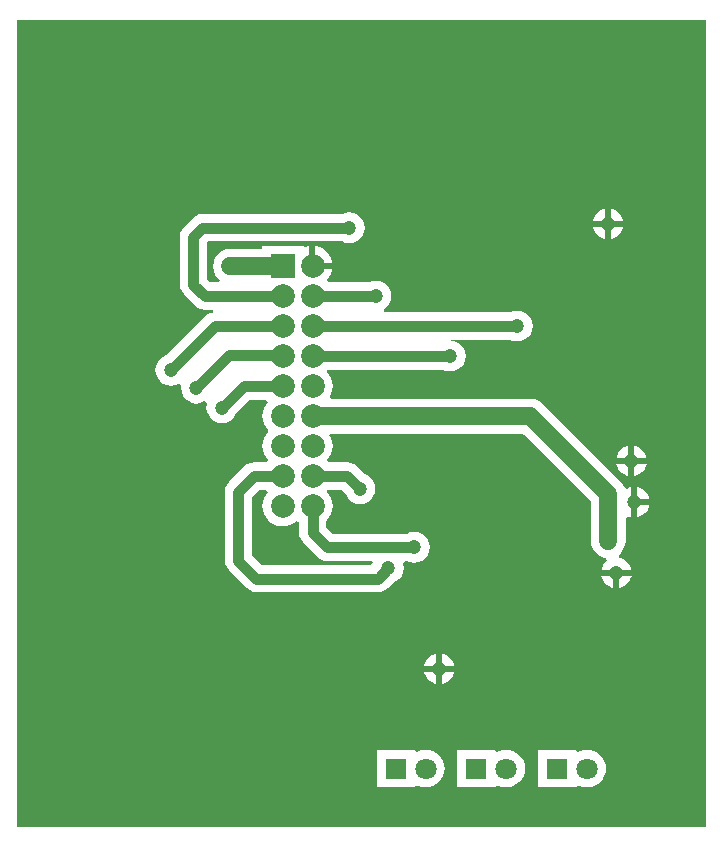
<source format=gbl>
%FSLAX42Y42*%
%MOMM*%
G71*
G01*
G75*
G04 Layer_Physical_Order=2*
G04 Layer_Color=16711680*
%ADD10R,1.00X1.10*%
%ADD11R,1.50X1.30*%
%ADD12R,0.60X2.00*%
%ADD13R,2.00X0.60*%
%ADD14R,1.30X1.55*%
%ADD15C,0.89*%
%ADD16C,0.51*%
%ADD17C,1.52*%
%ADD18C,1.80*%
%ADD19R,1.80X1.80*%
%ADD20C,2.00*%
%ADD21R,2.00X2.00*%
%ADD22C,1.20*%
G36*
X5917Y83D02*
X83D01*
Y6917D01*
X5917D01*
Y83D01*
D02*
G37*
%LPC*%
G36*
X3683Y1550D02*
Y1448D01*
X3785D01*
X3784Y1456D01*
X3771Y1488D01*
X3750Y1515D01*
X3723Y1536D01*
X3692Y1549D01*
X3683Y1550D01*
D02*
G37*
G36*
X3632D02*
X3624Y1549D01*
X3592Y1536D01*
X3565Y1515D01*
X3544Y1488D01*
X3531Y1456D01*
X3530Y1448D01*
X3632D01*
Y1550D01*
D02*
G37*
G36*
X5131Y2210D02*
X5028D01*
X5030Y2201D01*
X5043Y2170D01*
X5063Y2142D01*
X5091Y2122D01*
X5122Y2109D01*
X5131Y2107D01*
Y2210D01*
D02*
G37*
G36*
X5436Y2807D02*
X5334D01*
Y2704D01*
X5343Y2705D01*
X5374Y2719D01*
X5401Y2739D01*
X5422Y2767D01*
X5435Y2798D01*
X5436Y2807D01*
D02*
G37*
G36*
X5284Y2210D02*
X5182D01*
Y2107D01*
X5190Y2109D01*
X5222Y2122D01*
X5249Y2142D01*
X5270Y2170D01*
X5283Y2201D01*
X5284Y2210D01*
D02*
G37*
G36*
X4907Y737D02*
X4875Y734D01*
X4845Y725D01*
X4835Y719D01*
X4813Y732D01*
Y736D01*
X4493D01*
Y416D01*
X4813D01*
Y421D01*
X4835Y434D01*
X4845Y428D01*
X4875Y419D01*
X4907Y416D01*
X4938Y419D01*
X4968Y428D01*
X4996Y443D01*
X5020Y463D01*
X5040Y487D01*
X5055Y515D01*
X5064Y545D01*
X5068Y576D01*
X5064Y608D01*
X5055Y638D01*
X5040Y666D01*
X5020Y690D01*
X4996Y710D01*
X4968Y725D01*
X4938Y734D01*
X4907Y737D01*
D02*
G37*
G36*
X3540D02*
X3509Y734D01*
X3479Y725D01*
X3468Y719D01*
X3446Y732D01*
Y736D01*
X3126D01*
Y416D01*
X3446D01*
Y421D01*
X3468Y434D01*
X3479Y428D01*
X3509Y419D01*
X3540Y416D01*
X3571Y419D01*
X3602Y428D01*
X3629Y443D01*
X3654Y463D01*
X3674Y487D01*
X3689Y515D01*
X3698Y545D01*
X3701Y576D01*
X3698Y608D01*
X3689Y638D01*
X3674Y666D01*
X3654Y690D01*
X3629Y710D01*
X3602Y725D01*
X3571Y734D01*
X3540Y737D01*
D02*
G37*
G36*
X4221D02*
X4190Y734D01*
X4159Y725D01*
X4149Y719D01*
X4127Y732D01*
Y736D01*
X3807D01*
Y416D01*
X4127D01*
Y421D01*
X4149Y434D01*
X4159Y428D01*
X4190Y419D01*
X4221Y416D01*
X4252Y419D01*
X4283Y428D01*
X4310Y443D01*
X4335Y463D01*
X4355Y487D01*
X4370Y515D01*
X4379Y545D01*
X4382Y576D01*
X4379Y608D01*
X4370Y638D01*
X4355Y666D01*
X4335Y690D01*
X4310Y710D01*
X4283Y725D01*
X4252Y734D01*
X4221Y737D01*
D02*
G37*
G36*
X3785Y1397D02*
X3683D01*
Y1295D01*
X3692Y1296D01*
X3723Y1309D01*
X3750Y1330D01*
X3771Y1357D01*
X3784Y1388D01*
X3785Y1397D01*
D02*
G37*
G36*
X3632D02*
X3530D01*
X3531Y1388D01*
X3544Y1357D01*
X3565Y1330D01*
X3592Y1309D01*
X3624Y1296D01*
X3632Y1295D01*
Y1397D01*
D02*
G37*
G36*
X5060Y5164D02*
X4957D01*
X4958Y5155D01*
X4971Y5123D01*
X4992Y5096D01*
X5019Y5075D01*
X5051Y5062D01*
X5060Y5061D01*
Y5164D01*
D02*
G37*
G36*
X2896Y5287D02*
X2862Y5283D01*
X2835Y5272D01*
X1651D01*
X1621Y5268D01*
X1593Y5256D01*
X1569Y5238D01*
X1493Y5162D01*
X1475Y5138D01*
X1463Y5110D01*
X1459Y5080D01*
Y4674D01*
X1463Y4644D01*
X1475Y4616D01*
X1493Y4592D01*
X1590Y4495D01*
D01*
X1590D01*
X1590Y4495D01*
X1590Y4495D01*
X1590D01*
D01*
X1590D01*
X1590Y4495D01*
Y4495D01*
X1590Y4495D01*
Y4495D01*
X1614Y4477D01*
X1642Y4465D01*
X1671Y4461D01*
X1739D01*
X1741Y4436D01*
X1728Y4434D01*
X1719Y4431D01*
X1700Y4423D01*
X1676Y4405D01*
X1346Y4074D01*
X1319Y4063D01*
X1292Y4042D01*
X1271Y4015D01*
X1258Y3984D01*
X1253Y3950D01*
X1258Y3916D01*
X1271Y3884D01*
X1292Y3857D01*
X1319Y3836D01*
X1350Y3823D01*
X1384Y3819D01*
X1418Y3823D01*
X1450Y3836D01*
X1451Y3837D01*
X1473Y3824D01*
X1469Y3797D01*
X1474Y3763D01*
X1487Y3732D01*
X1507Y3705D01*
X1535Y3684D01*
X1566Y3671D01*
X1600Y3666D01*
X1634Y3671D01*
X1666Y3684D01*
X1672Y3689D01*
X1692Y3673D01*
X1689Y3666D01*
X1685Y3632D01*
X1689Y3598D01*
X1703Y3567D01*
X1723Y3539D01*
X1751Y3519D01*
X1782Y3506D01*
X1816Y3501D01*
X1850Y3506D01*
X1882Y3519D01*
X1909Y3539D01*
X1930Y3567D01*
X1941Y3594D01*
X2047Y3699D01*
X2193D01*
X2204Y3677D01*
X2187Y3656D01*
X2171Y3626D01*
X2161Y3594D01*
X2158Y3561D01*
X2161Y3528D01*
X2171Y3496D01*
X2187Y3466D01*
X2208Y3440D01*
Y3428D01*
X2187Y3402D01*
X2171Y3372D01*
X2161Y3340D01*
X2158Y3307D01*
X2161Y3274D01*
X2171Y3242D01*
X2187Y3212D01*
X2204Y3191D01*
X2193Y3168D01*
X2088D01*
X2058Y3164D01*
X2030Y3153D01*
X2006Y3135D01*
X1874Y3003D01*
X1856Y2979D01*
X1844Y2951D01*
X1840Y2921D01*
Y2337D01*
X1844Y2307D01*
X1856Y2279D01*
X1874Y2255D01*
X1874Y2255D01*
X1874Y2255D01*
X2027Y2103D01*
Y2103D01*
D01*
Y2103D01*
X2027Y2103D01*
D01*
D01*
X2027D01*
X2027Y2103D01*
Y2103D01*
X2027Y2103D01*
Y2103D01*
X2050Y2084D01*
X2078Y2073D01*
X2108Y2069D01*
X3137D01*
X3167Y2073D01*
X3195Y2084D01*
X3219Y2103D01*
Y2103D01*
X3219D01*
D01*
D01*
D01*
D01*
D01*
D01*
X3219D01*
D01*
X3219D01*
Y2103D01*
D01*
D01*
D01*
D01*
Y2103D01*
D01*
D01*
D01*
D01*
D01*
D01*
Y2103D01*
D01*
D01*
X3219D01*
D01*
D01*
D01*
D01*
D01*
X3264Y2149D01*
X3291Y2160D01*
X3319Y2181D01*
X3339Y2208D01*
X3352Y2239D01*
X3357Y2273D01*
X3352Y2307D01*
X3350Y2312D01*
X3365Y2333D01*
X3383D01*
X3410Y2322D01*
X3444Y2318D01*
X3478Y2322D01*
X3510Y2335D01*
X3537Y2356D01*
X3558Y2383D01*
X3571Y2415D01*
X3575Y2449D01*
X3571Y2483D01*
X3558Y2514D01*
X3537Y2541D01*
X3510Y2562D01*
X3478Y2575D01*
X3444Y2580D01*
X3410Y2575D01*
X3383Y2564D01*
X2755D01*
X2698Y2621D01*
Y2674D01*
X2703Y2678D01*
X2725Y2704D01*
X2741Y2734D01*
X2750Y2766D01*
X2754Y2799D01*
X2750Y2832D01*
X2741Y2864D01*
X2725Y2894D01*
X2703Y2920D01*
Y2932D01*
X2708Y2937D01*
X2830D01*
X2860Y2908D01*
X2871Y2881D01*
X2892Y2854D01*
X2919Y2833D01*
X2951Y2820D01*
X2984Y2815D01*
X3018Y2820D01*
X3050Y2833D01*
X3077Y2854D01*
X3098Y2881D01*
X3111Y2912D01*
X3116Y2946D01*
X3111Y2980D01*
X3098Y3012D01*
X3077Y3039D01*
X3050Y3060D01*
X3023Y3071D01*
X2960Y3135D01*
X2936Y3153D01*
X2908Y3164D01*
X2878Y3168D01*
X2719D01*
X2708Y3191D01*
X2725Y3212D01*
X2741Y3242D01*
X2750Y3274D01*
X2754Y3307D01*
X2750Y3340D01*
X2741Y3372D01*
X2725Y3402D01*
X2730Y3413D01*
X4366D01*
X4940Y2839D01*
Y2505D01*
X4945Y2467D01*
X4960Y2431D01*
X4984Y2401D01*
X5014Y2377D01*
X5050Y2362D01*
X5067Y2360D01*
X5073Y2336D01*
X5063Y2328D01*
X5043Y2301D01*
X5030Y2269D01*
X5028Y2261D01*
X5284D01*
X5283Y2269D01*
X5270Y2301D01*
X5249Y2328D01*
X5222Y2349D01*
X5190Y2362D01*
X5182Y2363D01*
X5175Y2388D01*
X5192Y2401D01*
X5216Y2431D01*
X5230Y2467D01*
X5235Y2505D01*
Y2699D01*
X5256Y2713D01*
X5275Y2705D01*
X5283Y2704D01*
Y2832D01*
Y2960D01*
X5275Y2959D01*
X5243Y2946D01*
X5243D01*
Y2946D01*
X5243Y2946D01*
X5225Y2952D01*
X5216Y2974D01*
X5216Y2974D01*
D01*
D01*
D01*
D01*
X5216Y2974D01*
D01*
D01*
Y2974D01*
D01*
X5216D01*
D01*
X5216D01*
D01*
D01*
X5192Y3005D01*
X4532Y3665D01*
X4501Y3689D01*
X4466Y3703D01*
X4427Y3708D01*
X2743D01*
X2730Y3730D01*
X2741Y3750D01*
X2750Y3782D01*
X2754Y3815D01*
X2750Y3848D01*
X2741Y3880D01*
X2725Y3910D01*
X2703Y3936D01*
Y3948D01*
X2708Y3953D01*
X3690D01*
X3717Y3942D01*
X3751Y3938D01*
X3785Y3942D01*
X3817Y3955D01*
X3844Y3976D01*
X3865Y4003D01*
X3878Y4035D01*
X3883Y4069D01*
X3878Y4103D01*
X3865Y4134D01*
X3844Y4162D01*
X3817Y4182D01*
X3785Y4196D01*
X3751Y4200D01*
X3759Y4207D01*
X4254D01*
X4281Y4196D01*
X4315Y4192D01*
X4349Y4196D01*
X4381Y4209D01*
X4408Y4230D01*
X4429Y4257D01*
X4442Y4289D01*
X4447Y4323D01*
X4442Y4357D01*
X4429Y4388D01*
X4408Y4416D01*
X4381Y4436D01*
X4349Y4450D01*
X4315Y4454D01*
X4281Y4450D01*
X4254Y4438D01*
X3190D01*
X3185Y4463D01*
X3185Y4463D01*
X3212Y4484D01*
X3233Y4511D01*
X3246Y4543D01*
X3250Y4577D01*
X3246Y4611D01*
X3233Y4642D01*
X3212Y4670D01*
X3185Y4690D01*
X3153Y4704D01*
X3119Y4708D01*
X3085Y4704D01*
X3058Y4692D01*
X2719D01*
X2708Y4715D01*
X2725Y4736D01*
X2741Y4766D01*
X2750Y4798D01*
X2751Y4806D01*
X2583D01*
Y4831D01*
X2557D01*
Y4999D01*
X2549Y4998D01*
X2517Y4989D01*
X2499Y5000D01*
Y5001D01*
X2159D01*
Y4978D01*
X1887D01*
X1849Y4973D01*
X1814Y4959D01*
X1783Y4935D01*
X1760Y4905D01*
X1745Y4869D01*
X1740Y4831D01*
X1745Y4793D01*
X1760Y4757D01*
X1783Y4727D01*
X1796Y4716D01*
X1788Y4692D01*
X1719D01*
X1690Y4721D01*
Y5032D01*
X1699Y5041D01*
X2835D01*
X2862Y5030D01*
X2896Y5025D01*
X2930Y5030D01*
X2961Y5043D01*
X2988Y5063D01*
X3009Y5091D01*
X3022Y5122D01*
X3027Y5156D01*
X3022Y5190D01*
X3009Y5222D01*
X2988Y5249D01*
X2961Y5270D01*
X2930Y5283D01*
X2896Y5287D01*
D02*
G37*
G36*
X2608Y4999D02*
Y4856D01*
X2751D01*
X2750Y4864D01*
X2741Y4896D01*
X2725Y4926D01*
X2703Y4952D01*
X2678Y4973D01*
X2648Y4989D01*
X2616Y4998D01*
X2608Y4999D01*
D02*
G37*
G36*
X5110Y5317D02*
Y5214D01*
X5213D01*
X5212Y5223D01*
X5198Y5255D01*
X5178Y5282D01*
X5150Y5303D01*
X5119Y5316D01*
X5110Y5317D01*
D02*
G37*
G36*
X5060D02*
X5051Y5316D01*
X5019Y5303D01*
X4992Y5282D01*
X4971Y5255D01*
X4958Y5223D01*
X4957Y5214D01*
X5060D01*
Y5317D01*
D02*
G37*
G36*
X5213Y5164D02*
X5110D01*
Y5061D01*
X5119Y5062D01*
X5150Y5075D01*
X5178Y5096D01*
X5198Y5123D01*
X5212Y5155D01*
X5213Y5164D01*
D02*
G37*
G36*
X5258Y3156D02*
X5155D01*
X5157Y3148D01*
X5170Y3116D01*
X5190Y3089D01*
X5218Y3068D01*
X5249Y3055D01*
X5258Y3054D01*
Y3156D01*
D02*
G37*
G36*
X5334Y2960D02*
Y2858D01*
X5436D01*
X5435Y2866D01*
X5422Y2898D01*
X5401Y2925D01*
X5374Y2946D01*
X5343Y2959D01*
X5334Y2960D01*
D02*
G37*
G36*
X5411Y3156D02*
X5309D01*
Y3054D01*
X5317Y3055D01*
X5349Y3068D01*
X5376Y3089D01*
X5397Y3116D01*
X5410Y3148D01*
X5411Y3156D01*
D02*
G37*
G36*
X5309Y3310D02*
Y3207D01*
X5411D01*
X5410Y3216D01*
X5397Y3247D01*
X5376Y3274D01*
X5349Y3295D01*
X5317Y3308D01*
X5309Y3310D01*
D02*
G37*
G36*
X5258D02*
X5249Y3308D01*
X5218Y3295D01*
X5190Y3274D01*
X5170Y3247D01*
X5157Y3216D01*
X5155Y3207D01*
X5258D01*
Y3310D01*
D02*
G37*
%LPD*%
G36*
X2204Y2915D02*
X2187Y2894D01*
X2171Y2864D01*
X2161Y2832D01*
X2158Y2799D01*
X2161Y2766D01*
X2171Y2734D01*
X2187Y2704D01*
X2208Y2678D01*
X2234Y2657D01*
X2263Y2641D01*
X2295Y2631D01*
X2329Y2628D01*
X2362Y2631D01*
X2394Y2641D01*
X2424Y2657D01*
X2444Y2674D01*
X2467Y2663D01*
Y2574D01*
X2471Y2544D01*
X2483Y2516D01*
X2501Y2492D01*
X2501Y2492D01*
X2501Y2492D01*
X2626Y2367D01*
Y2367D01*
Y2367D01*
X2626Y2367D01*
X2626D01*
X2626Y2367D01*
Y2367D01*
X2626Y2367D01*
Y2367D01*
X2650Y2349D01*
X2678Y2337D01*
X2708Y2333D01*
X3087D01*
X3093Y2324D01*
X3094Y2321D01*
X3080Y2300D01*
X2156D01*
X2071Y2385D01*
Y2873D01*
X2136Y2937D01*
X2193D01*
X2204Y2915D01*
D02*
G37*
D15*
X2708Y2449D02*
X3444D01*
X2583Y2574D02*
X2708Y2449D01*
X2108Y2184D02*
X3137D01*
X1956Y2337D02*
X2108Y2184D01*
X1956Y2337D02*
Y2921D01*
X2088Y3053D01*
X2329D01*
X1999Y3815D02*
X2329D01*
X1758Y4323D02*
X2329D01*
X1880Y4077D02*
X2350D01*
X2583Y3053D02*
X2878D01*
X2984Y2946D01*
X2583Y4323D02*
X4315D01*
X1384Y3950D02*
X1758Y4323D01*
X1600Y3797D02*
X1880Y4077D01*
X1816Y3632D02*
X1999Y3815D01*
X3137Y2184D02*
X3226Y2273D01*
X2583Y4069D02*
X3751D01*
X2583Y4577D02*
X3119D01*
X1671D02*
X2329D01*
X1575Y4674D02*
X1671Y4577D01*
X1575Y4674D02*
Y5080D01*
X1651Y5156D01*
X2896D01*
X2583Y2574D02*
Y2799D01*
D17*
Y3561D02*
X4427D01*
X5088Y2900D01*
Y2505D02*
Y2900D01*
X1887Y4831D02*
X2329D01*
D18*
X4907Y576D02*
D03*
X4221D02*
D03*
X3540D02*
D03*
D19*
X4653D02*
D03*
X3967D02*
D03*
X3286D02*
D03*
D20*
X2329Y3307D02*
D03*
X2583D02*
D03*
X2329Y2799D02*
D03*
X2583Y4831D02*
D03*
X2329Y4323D02*
D03*
X2583D02*
D03*
X2329Y4069D02*
D03*
Y3815D02*
D03*
X2583Y3561D02*
D03*
X2329Y3053D02*
D03*
X2583D02*
D03*
Y2799D02*
D03*
Y3815D02*
D03*
Y4577D02*
D03*
X2329D02*
D03*
Y3561D02*
D03*
X2583Y4069D02*
D03*
D21*
X2329Y4831D02*
D03*
D22*
X3444Y2449D02*
D03*
X3226Y2273D02*
D03*
X2984Y2946D02*
D03*
X4315Y4323D02*
D03*
X1384Y3950D02*
D03*
X1600Y3797D02*
D03*
X1816Y3632D02*
D03*
X3751Y4069D02*
D03*
X3119Y4577D02*
D03*
X2896Y5156D02*
D03*
X5088Y2900D02*
D03*
Y2505D02*
D03*
X1887Y4831D02*
D03*
X3073Y3561D02*
D03*
X5085Y5189D02*
D03*
X5283Y3182D02*
D03*
X5309Y2832D02*
D03*
X5156Y2235D02*
D03*
X3658Y1422D02*
D03*
M02*

</source>
